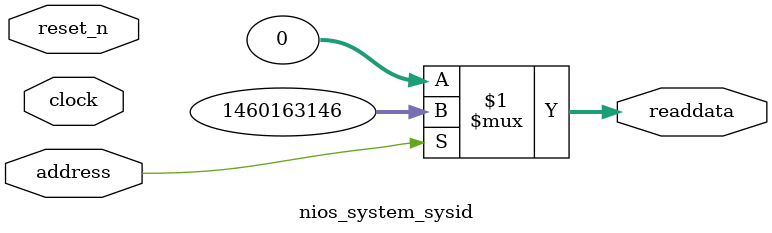
<source format=v>

`timescale 1ns / 1ps
// synthesis translate_on

// turn off superfluous verilog processor warnings 
// altera message_level Level1 
// altera message_off 10034 10035 10036 10037 10230 10240 10030 

module nios_system_sysid (
               // inputs:
                address,
                clock,
                reset_n,

               // outputs:
                readdata
             )
;

  output  [ 31: 0] readdata;
  input            address;
  input            clock;
  input            reset_n;

  wire    [ 31: 0] readdata;
  //control_slave, which is an e_avalon_slave
  assign readdata = address ? 1460163146 : 0;

endmodule




</source>
